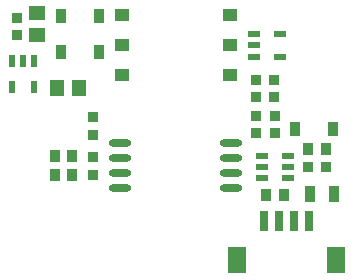
<source format=gbr>
G04 #@! TF.GenerationSoftware,KiCad,Pcbnew,6.0.0-rc1-unknown-5edf350~66~ubuntu18.10.1*
G04 #@! TF.CreationDate,2019-02-07T09:47:30-05:00
G04 #@! TF.ProjectId,current_sensor,63757272-656e-4745-9f73-656e736f722e,rev?*
G04 #@! TF.SameCoordinates,Original*
G04 #@! TF.FileFunction,Paste,Top*
G04 #@! TF.FilePolarity,Positive*
%FSLAX46Y46*%
G04 Gerber Fmt 4.6, Leading zero omitted, Abs format (unit mm)*
G04 Created by KiCad (PCBNEW 6.0.0-rc1-unknown-5edf350~66~ubuntu18.10.1) date 2019-02-07 09:47:30*
%MOMM*%
%LPD*%
G04 APERTURE LIST*
%ADD10R,0.900000X1.200000*%
%ADD11R,0.850000X1.000000*%
%ADD12R,0.950000X1.450000*%
%ADD13R,0.900000X0.950000*%
%ADD14R,0.700000X1.800000*%
%ADD15R,1.600000X2.200000*%
%ADD16R,1.100000X0.600000*%
%ADD17R,1.300000X1.100000*%
%ADD18R,0.950000X0.900000*%
%ADD19R,1.450000X1.150000*%
%ADD20R,1.150000X1.450000*%
%ADD21O,1.950000X0.600000*%
%ADD22R,0.600000X1.100000*%
G04 APERTURE END LIST*
D10*
X150500000Y-76900000D03*
X147300000Y-76900000D03*
D11*
X166150000Y-89000000D03*
X164650000Y-89000000D03*
D12*
X168400000Y-88900000D03*
X170400000Y-88900000D03*
D10*
X167100000Y-83400000D03*
X170300000Y-83400000D03*
D13*
X169750000Y-86600000D03*
X168250000Y-86600000D03*
D14*
X164525000Y-91200000D03*
X165775000Y-91200000D03*
X167025000Y-91200000D03*
X168275000Y-91200000D03*
D15*
X162175000Y-94500000D03*
X170625000Y-94500000D03*
D16*
X164300000Y-85650000D03*
X164300000Y-87550000D03*
X164300000Y-86600000D03*
X166500000Y-87550000D03*
X166500000Y-85650000D03*
X166500000Y-86600000D03*
D17*
X161570000Y-78840000D03*
X161570000Y-76300000D03*
X161570000Y-73760000D03*
X152430000Y-73760000D03*
X152430000Y-76300000D03*
X152430000Y-78840000D03*
D18*
X163800000Y-82250000D03*
X163800000Y-83750000D03*
X150000000Y-83850000D03*
X150000000Y-82350000D03*
X150000000Y-87250000D03*
X150000000Y-85750000D03*
X143600000Y-75450000D03*
X143600000Y-73950000D03*
D13*
X163850000Y-80700000D03*
X165350000Y-80700000D03*
X165350000Y-79200000D03*
X163850000Y-79200000D03*
D18*
X165400000Y-82250000D03*
X165400000Y-83750000D03*
D19*
X145300000Y-73600000D03*
X145300000Y-75400000D03*
D20*
X147000000Y-79900000D03*
X148800000Y-79900000D03*
D11*
X168250000Y-85100000D03*
X169750000Y-85100000D03*
X148250000Y-87300000D03*
X146750000Y-87300000D03*
X148250000Y-85700000D03*
X146750000Y-85700000D03*
D21*
X152300000Y-84595000D03*
X152300000Y-85865000D03*
X152300000Y-87135000D03*
X152300000Y-88405000D03*
X161700000Y-88405000D03*
X161700000Y-87135000D03*
X161700000Y-85865000D03*
X161700000Y-84595000D03*
D10*
X147300000Y-73800000D03*
X150500000Y-73800000D03*
D22*
X145050000Y-79800000D03*
X143150000Y-79800000D03*
X144100000Y-77600000D03*
X143150000Y-77600000D03*
X145050000Y-77600000D03*
D16*
X163600000Y-75350000D03*
X163600000Y-77250000D03*
X163600000Y-76300000D03*
X165800000Y-77250000D03*
X165800000Y-75350000D03*
M02*

</source>
